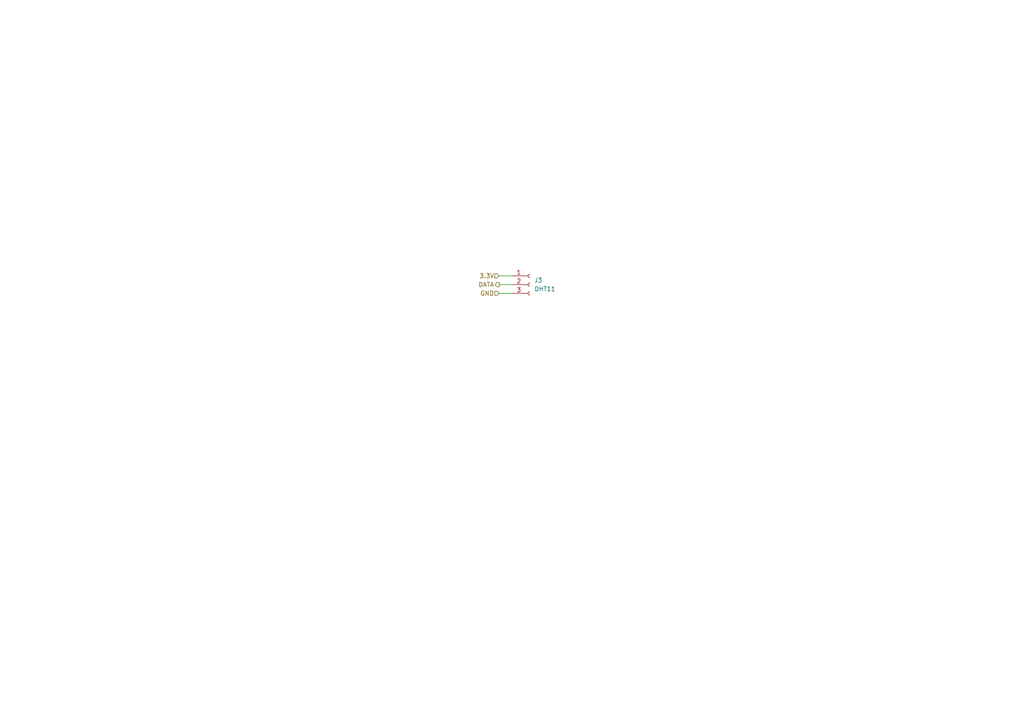
<source format=kicad_sch>
(kicad_sch (version 20230121) (generator eeschema)
  (paper "A4")
  (lib_symbols
    (symbol "Connector:Conn_01x03_Socket" (pin_names (offset 1.016) hide)
      (property "Reference" "J" (at 0 5.08 0))
      (property "Value" "Conn_01x03_Socket" (at 0 -5.08 0))
      (symbol "Conn_01x03_Socket_1_1"
        (arc (start 0 -2.032) (mid -0.5058 -2.54) (end 0 -3.048) (stroke (width 0.1524)))
        (polyline (pts (xy -1.27 -2.54) (xy -0.508 -2.54)) (stroke (width 0.1524)))
        (polyline (pts (xy -1.27 0) (xy -0.508 0)) (stroke (width 0.1524)))
        (polyline (pts (xy -1.27 2.54) (xy -0.508 2.54)) (stroke (width 0.1524)))
        (arc (start 0 0.508) (mid -0.5058 0) (end 0 -0.508) (stroke (width 0.1524)))
        (arc (start 0 3.048) (mid -0.5058 2.54) (end 0 2.032) (stroke (width 0.1524)))
        (pin passive line (at -5.08 2.54 0) (length 3.81) (name "Pin_1") (number "1"))
        (pin passive line (at -5.08 0 0) (length 3.81) (name "Pin_2") (number "2"))
        (pin passive line (at -5.08 -2.54 0) (length 3.81) (name "Pin_3") (number "3"))
      )
    )
  )
  (wire (pts (xy 144.78 85.09) (xy 148.59 85.09)))
  (wire (pts (xy 144.78 82.55) (xy 148.59 82.55)))
  (wire (pts (xy 144.78 80.01) (xy 148.59 80.01)))
  (hierarchical_label "GND" (shape input) (at 144.78 85.09 180))
  (hierarchical_label "3.3V" (shape input) (at 144.78 80.01 180))
  (hierarchical_label "DATA" (shape output) (at 144.78 82.55 180))
  (symbol (lib_id "Connector:Conn_01x03_Socket") (at 153.67 82.55 0) (unit 1)
    (property "Reference" "J3" (at 154.94 81.28 0) (effects (justify left)))
    (property "Value" "DHT11" (at 154.94 83.82 0) (effects (justify left)))
    (property "Footprint" "Connector_PinSocket_2.54mm:PinSocket_1x03_P2.54mm_Vertical" (effects hide))
  )
)
</source>
